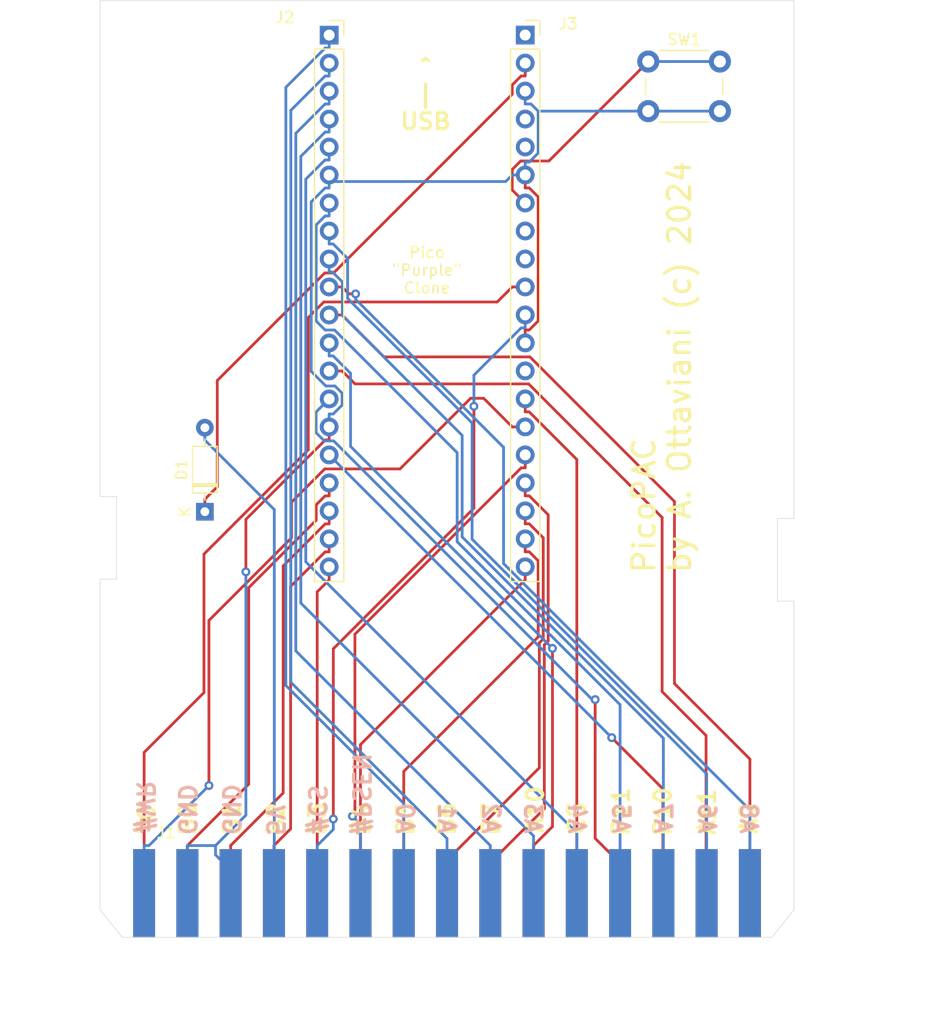
<source format=kicad_pcb>
(kicad_pcb (version 20240108) (generator "pcbnew") (generator_version "8.0")
  (layers (0 "F.Cu" signal) (31 "B.Cu" signal) (34 "B.Paste" user) (35 "F.Paste" user) (36 "B.SilkS" user "B.Silkscreen") (37 "F.SilkS" user "F.Silkscreen") (38 "B.Mask" user) (39 "F.Mask" user) (44 "Edge.Cuts" user))
  (net 0 "")
  (net 1 "+5V")
  (net 2 "GND")
  (net 3 "Net-(D1-K)")
  (net 4 "A10")
  (net 5 "A0")
  (net 6 "A5")
  (net 7 "D3")
  (net 8 "A2")
  (net 9 "D7")
  (net 10 "A11")
  (net 11 "~{CS}")
  (net 12 "D2")
  (net 13 "A1")
  (net 14 "A7")
  (net 15 "A6")
  (net 16 "A4")
  (net 17 "~{PSEN}")
  (net 18 "A12")
  (net 19 "D5")
  (net 20 "D0")
  (net 21 "A8")
  (net 22 "A13")
  (net 23 "D1")
  (net 24 "A3")
  (net 25 "~{WR}")
  (net 26 "A9")
  (net 27 "D6")
  (net 28 "CS")
  (net 29 "T0")
  (net 30 "D4")
  (net 31 "RST")
  (footprint "videopac-usbcart-kicad5:videopac-edgecon" (layer "F.Cu") (at 54 138)
    (property "Reference" "J1" (at -25.5 -9.5 0) (layer "F.SilkS"))
    (property "Value" "Videopac-edgeconnector")
    (pad "" np_thru_hole circle (at -27 -25) (size 5 5) (drill 5) (layers "*.Cu" "*.Mask") (clearance 2.2))
    (pad "" np_thru_hole circle (at 27 -25) (size 5 5) (drill 5) (layers "*.Cu" "*.Mask") (clearance 2.2))
    (pad "1" smd rect (at -27.5 -4) (size 2 8) (layers "F.Cu" "F.Paste" "F.Mask") (net 29 "T0"))
    (pad "2" smd rect (at -23.571 -4) (size 2 8) (layers "F.Cu" "F.Paste" "F.Mask") (net 20 "D0"))
    (pad "3" smd rect (at -19.643 -4) (size 2 8) (layers "F.Cu" "F.Paste" "F.Mask") (net 23 "D1"))
    (pad "4" smd rect (at -15.714 -4) (size 2 8) (layers "F.Cu" "F.Paste" "F.Mask") (net 12 "D2"))
    (pad "5" smd rect (at -11.786 -4) (size 2 8) (layers "F.Cu" "F.Paste" "F.Mask") (net 7 "D3"))
    (pad "6" smd rect (at -7.857 -4) (size 2 8) (layers "F.Cu" "F.Paste" "F.Mask") (net 30 "D4"))
    (pad "7" smd rect (at -3.929 -4) (size 2 8) (layers "F.Cu" "F.Paste" "F.Mask") (net 19 "D5"))
    (pad "8" smd rect (at 0 -4) (size 2 8) (layers "F.Cu" "F.Paste" "F.Mask") (net 27 "D6"))
    (pad "9" smd rect (at 3.929 -4) (size 2 8) (layers "F.Cu" "F.Paste" "F.Mask") (net 9 "D7"))
    (pad "10" smd rect (at 7.857 -4) (size 2 8) (layers "F.Cu" "F.Paste" "F.Mask") (net 4 "A10"))
    (pad "11" smd rect (at 11.786 -4) (size 2 8) (layers "F.Cu" "F.Paste" "F.Mask") (net 28 "CS"))
    (pad "12" smd rect (at 15.714 -4) (size 2 8) (layers "F.Cu" "F.Paste" "F.Mask") (net 18 "A12"))
    (pad "13" smd rect (at 19.643 -4) (size 2 8) (layers "F.Cu" "F.Paste" "F.Mask") (net 22 "A13"))
    (pad "14" smd rect (at 23.571 -4) (size 2 8) (layers "F.Cu" "F.Paste" "F.Mask") (net 10 "A11"))
    (pad "15" smd rect (at 27.5 -4) (size 2 8) (layers "F.Cu" "F.Paste" "F.Mask") (net 26 "A9"))
    (pad "A" smd rect (at -27.5 -4) (size 2 8) (layers "B.Cu" "F.Paste" "F.Mask") (net 25 "~{WR}"))
    (pad "B" smd rect (at -23.571 -4) (size 2 8) (layers "B.Cu" "F.Paste" "F.Mask") (net 2 "GND"))
    (pad "C" smd rect (at -19.643 -4) (size 2 8) (layers "B.Cu" "F.Paste" "F.Mask") (net 2 "GND"))
    (pad "D" smd rect (at -15.714 -4) (size 2 8) (layers "B.Cu" "F.Paste" "F.Mask") (net 1 "+5V"))
    (pad "E" smd rect (at -11.786 -4) (size 2 8) (layers "B.Cu" "F.Paste" "F.Mask") (net 11 "~{CS}"))
    (pad "F" smd rect (at -7.857 -4) (size 2 8) (layers "B.Cu" "F.Paste" "F.Mask") (net 17 "~{PSEN}"))
    (pad "G" smd rect (at -3.929 -4) (size 2 8) (layers "B.Cu" "F.Paste" "F.Mask") (net 5 "A0"))
    (pad "H" smd rect (at 0 -4) (size 2 8) (layers "B.Cu" "F.Paste" "F.Mask") (net 13 "A1"))
    (pad "J" smd rect (at 3.929 -4) (size 2 8) (layers "B.Cu" "F.Paste" "F.Mask") (net 8 "A2"))
    (pad "K" smd rect (at 7.857 -4) (size 2 8) (layers "B.Cu" "F.Paste" "F.Mask") (net 24 "A3"))
    (pad "L" smd rect (at 11.786 -4) (size 2 8) (layers "B.Cu" "F.Paste" "F.Mask") (net 16 "A4"))
    (pad "M" smd rect (at 15.714 -4) (size 2 8) (layers "B.Cu" "F.Paste" "F.Mask") (net 6 "A5"))
    (pad "N" smd rect (at 19.643 -4) (size 2 8) (layers "B.Cu" "F.Paste" "F.Mask") (net 14 "A7"))
    (pad "P" smd rect (at 23.571 -4) (size 2 8) (layers "B.Cu" "F.Paste" "F.Mask") (net 15 "A6"))
    (pad "R" smd rect (at 27.5 -4) (size 2 8) (layers "B.Cu" "F.Paste" "F.Mask") (net 21 "A8"))
  )
  (footprint "Button_Switch_THT:SW_PUSH_6mm" (layer "F.Cu") (at 72.275 58.525)
    (property "Reference" "SW1" (at 3.25 -2 0) (layer "F.SilkS"))
    (property "Value" "SW_Push")
    (fp_line (start -0.25 1.5) (end -0.25 3) (stroke (width 0.12)) (layer "F.SilkS"))
    (fp_line (start 1 5.5) (end 5.5 5.5) (stroke (width 0.12)) (layer "F.SilkS"))
    (fp_line (start 5.5 -1) (end 1 -1) (stroke (width 0.12)) (layer "F.SilkS"))
    (fp_line (start 6.75 3) (end 6.75 1.5) (stroke (width 0.12)) (layer "F.SilkS"))
    (pad "1" thru_hole circle (at 0 0 90) (size 2 2) (drill 1.1) (layers "*.Cu" "*.Mask") (net 31 "RST"))
    (pad "1" thru_hole circle (at 6.5 0 90) (size 2 2) (drill 1.1) (layers "*.Cu" "*.Mask") (net 31 "RST"))
    (pad "2" thru_hole circle (at 0 4.5 90) (size 2 2) (drill 1.1) (layers "*.Cu" "*.Mask") (net 2 "GND"))
    (pad "2" thru_hole circle (at 6.5 4.5 90) (size 2 2) (drill 1.1) (layers "*.Cu" "*.Mask") (net 2 "GND"))
  )
  (footprint "Connector_PinSocket_2.54mm:PinSocket_1x20_P2.54mm_Vertical" (layer "F.Cu") (at 61.1 56.12)
    (property "Reference" "J3" (at 3.9 -1.02 0) (layer "F.SilkS"))
    (property "Value" "Conn_01x20")
    (fp_line (start -1.33 1.27) (end -1.33 49.59) (stroke (width 0.12)) (layer "F.SilkS"))
    (fp_line (start -1.33 1.27) (end 1.33 1.27) (stroke (width 0.12)) (layer "F.SilkS"))
    (fp_line (start -1.33 49.59) (end 1.33 49.59) (stroke (width 0.12)) (layer "F.SilkS"))
    (fp_line (start 0 -1.33) (end 1.33 -1.33) (stroke (width 0.12)) (layer "F.SilkS"))
    (fp_line (start 1.33 -1.33) (end 1.33 0) (stroke (width 0.12)) (layer "F.SilkS"))
    (fp_line (start 1.33 1.27) (end 1.33 49.59) (stroke (width 0.12)) (layer "F.SilkS"))
    (pad "1" thru_hole rect (at 0 0) (size 1.7 1.7) (drill 1) (layers "*.Cu" "*.Mask"))
    (pad "2" thru_hole oval (at 0 2.54) (size 1.7 1.7) (drill 1) (layers "*.Cu" "*.Mask") (net 3 "Net-(D1-K)"))
    (pad "3" thru_hole oval (at 0 5.08) (size 1.7 1.7) (drill 1) (layers "*.Cu" "*.Mask") (net 2 "GND"))
    (pad "4" thru_hole oval (at 0 7.62) (size 1.7 1.7) (drill 1) (layers "*.Cu" "*.Mask"))
    (pad "5" thru_hole oval (at 0 10.16) (size 1.7 1.7) (drill 1) (layers "*.Cu" "*.Mask"))
    (pad "6" thru_hole oval (at 0 12.7) (size 1.7 1.7) (drill 1) (layers "*.Cu" "*.Mask") (net 2 "GND"))
    (pad "7" thru_hole oval (at 0 15.24) (size 1.7 1.7) (drill 1) (layers "*.Cu" "*.Mask") (net 31 "RST"))
    (pad "8" thru_hole oval (at 0 17.78) (size 1.7 1.7) (drill 1) (layers "*.Cu" "*.Mask"))
    (pad "9" thru_hole oval (at 0 20.32) (size 1.7 1.7) (drill 1) (layers "*.Cu" "*.Mask"))
    (pad "10" thru_hole oval (at 0 22.86) (size 1.7 1.7) (drill 1) (layers "*.Cu" "*.Mask") (net 29 "T0"))
    (pad "11" thru_hole oval (at 0 25.4) (size 1.7 1.7) (drill 1) (layers "*.Cu" "*.Mask") (net 11 "~{CS}"))
    (pad "12" thru_hole oval (at 0 27.94) (size 1.7 1.7) (drill 1) (layers "*.Cu" "*.Mask") (net 2 "GND"))
    (pad "13" thru_hole oval (at 0 30.48) (size 1.7 1.7) (drill 1) (layers "*.Cu" "*.Mask"))
    (pad "14" thru_hole oval (at 0 33.02) (size 1.7 1.7) (drill 1) (layers "*.Cu" "*.Mask") (net 28 "CS"))
    (pad "15" thru_hole oval (at 0 35.56) (size 1.7 1.7) (drill 1) (layers "*.Cu" "*.Mask") (net 25 "~{WR}"))
    (pad "16" thru_hole oval (at 0 38.1) (size 1.7 1.7) (drill 1) (layers "*.Cu" "*.Mask") (net 17 "~{PSEN}"))
    (pad "17" thru_hole oval (at 0 40.64) (size 1.7 1.7) (drill 1) (layers "*.Cu" "*.Mask") (net 9 "D7"))
    (pad "18" thru_hole oval (at 0 43.18) (size 1.7 1.7) (drill 1) (layers "*.Cu" "*.Mask") (net 27 "D6"))
    (pad "19" thru_hole oval (at 0 45.72) (size 1.7 1.7) (drill 1) (layers "*.Cu" "*.Mask") (net 19 "D5"))
    (pad "20" thru_hole oval (at 0 48.26) (size 1.7 1.7) (drill 1) (layers "*.Cu" "*.Mask") (net 30 "D4"))
  )
  (footprint "Diode_THT:D_DO-35_SOD27_P7.62mm_Horizontal" (layer "F.Cu") (at 32.015 99.375 90)
    (property "Reference" "D1" (at 3.81 -2.12 90) (layer "F.SilkS"))
    (property "Value" "Diode ")
    (fp_line (start 5.93 -1.12) (end 1.69 -1.12) (stroke (width 0.12)) (layer "F.SilkS"))
    (fp_line (start 2.53 -1.12) (end 2.53 1.12) (stroke (width 0.12)) (layer "F.SilkS"))
    (fp_line (start 2.41 -1.12) (end 2.41 1.12) (stroke (width 0.12)) (layer "F.SilkS"))
    (fp_line (start 2.29 -1.12) (end 2.29 1.12) (stroke (width 0.12)) (layer "F.SilkS"))
    (fp_line (start 1.69 -1.12) (end 1.69 1.12) (stroke (width 0.12)) (layer "F.SilkS"))
    (fp_line (start 6.58 0) (end 5.93 0) (stroke (width 0.12)) (layer "F.SilkS"))
    (fp_line (start 1.04 0) (end 1.69 0) (stroke (width 0.12)) (layer "F.SilkS"))
    (fp_line (start 5.93 1.12) (end 5.93 -1.12) (stroke (width 0.12)) (layer "F.SilkS"))
    (fp_line (start 1.69 1.12) (end 5.93 1.12) (stroke (width 0.12)) (layer "F.SilkS"))
    (fp_text user "K" (at 0 -1.8 90) (layer "F.SilkS"))
    (pad "1" thru_hole rect (at 0 0 90) (size 1.6 1.6) (drill 0.8) (layers "*.Cu" "*.Mask") (net 3 "Net-(D1-K)"))
    (pad "2" thru_hole oval (at 7.62 0 90) (size 1.6 1.6) (drill 0.8) (layers "*.Cu" "*.Mask") (net 1 "+5V"))
  )
  (footprint "Connector_PinSocket_2.54mm:PinSocket_1x20_P2.54mm_Vertical" (layer "F.Cu") (at 43.3 56.125)
    (property "Reference" "J2" (at -4.025 -1.6 0) (layer "F.SilkS"))
    (property "Value" "Conn_01x20")
    (fp_line (start -1.33 1.27) (end -1.33 49.59) (stroke (width 0.12)) (layer "F.SilkS"))
    (fp_line (start -1.33 1.27) (end 1.33 1.27) (stroke (width 0.12)) (layer "F.SilkS"))
    (fp_line (start -1.33 49.59) (end 1.33 49.59) (stroke (width 0.12)) (layer "F.SilkS"))
    (fp_line (start 0 -1.33) (end 1.33 -1.33) (stroke (width 0.12)) (layer "F.SilkS"))
    (fp_line (start 1.33 -1.33) (end 1.33 0) (stroke (width 0.12)) (layer "F.SilkS"))
    (fp_line (start 1.33 1.27) (end 1.33 49.59) (stroke (width 0.12)) (layer "F.SilkS"))
    (pad "1" thru_hole rect (at 0 0) (size 1.7 1.7) (drill 1) (layers "*.Cu" "*.Mask") (net 5 "A0"))
    (pad "2" thru_hole oval (at 0 2.54) (size 1.7 1.7) (drill 1) (layers "*.Cu" "*.Mask") (net 13 "A1"))
    (pad "3" thru_hole oval (at 0 5.08) (size 1.7 1.7) (drill 1) (layers "*.Cu" "*.Mask") (net 8 "A2"))
    (pad "4" thru_hole oval (at 0 7.62) (size 1.7 1.7) (drill 1) (layers "*.Cu" "*.Mask") (net 24 "A3"))
    (pad "5" thru_hole oval (at 0 10.16) (size 1.7 1.7) (drill 1) (layers "*.Cu" "*.Mask") (net 16 "A4"))
    (pad "6" thru_hole oval (at 0 12.7) (size 1.7 1.7) (drill 1) (layers "*.Cu" "*.Mask") (net 2 "GND"))
    (pad "7" thru_hole oval (at 0 15.24) (size 1.7 1.7) (drill 1) (layers "*.Cu" "*.Mask") (net 6 "A5"))
    (pad "8" thru_hole oval (at 0 17.78) (size 1.7 1.7) (drill 1) (layers "*.Cu" "*.Mask") (net 15 "A6"))
    (pad "9" thru_hole oval (at 0 20.32) (size 1.7 1.7) (drill 1) (layers "*.Cu" "*.Mask") (net 14 "A7"))
    (pad "10" thru_hole oval (at 0 22.86) (size 1.7 1.7) (drill 1) (layers "*.Cu" "*.Mask") (net 21 "A8"))
    (pad "11" thru_hole oval (at 0 25.4) (size 1.7 1.7) (drill 1) (layers "*.Cu" "*.Mask") (net 26 "A9"))
    (pad "12" thru_hole oval (at 0 27.94) (size 1.7 1.7) (drill 1) (layers "*.Cu" "*.Mask") (net 4 "A10"))
    (pad "13" thru_hole oval (at 0 30.48) (size 1.7 1.7) (drill 1) (layers "*.Cu" "*.Mask") (net 10 "A11"))
    (pad "14" thru_hole oval (at 0 33.02) (size 1.7 1.7) (drill 1) (layers "*.Cu" "*.Mask") (net 18 "A12"))
    (pad "15" thru_hole oval (at 0 35.56) (size 1.7 1.7) (drill 1) (layers "*.Cu" "*.Mask") (net 2 "GND"))
    (pad "16" thru_hole oval (at 0 38.1) (size 1.7 1.7) (drill 1) (layers "*.Cu" "*.Mask") (net 22 "A13"))
    (pad "17" thru_hole oval (at 0 40.64) (size 1.7 1.7) (drill 1) (layers "*.Cu" "*.Mask") (net 20 "D0"))
    (pad "18" thru_hole oval (at 0 43.18) (size 1.7 1.7) (drill 1) (layers "*.Cu" "*.Mask") (net 23 "D1"))
    (pad "19" thru_hole oval (at 0 45.72) (size 1.7 1.7) (drill 1) (layers "*.Cu" "*.Mask") (net 12 "D2"))
    (pad "20" thru_hole oval (at 0 48.26) (size 1.7 1.7) (drill 1) (layers "*.Cu" "*.Mask") (net 7 "D3"))
  )
  (gr_line (start 83.5 138) (end 24.5 138) (stroke (width 0.05)) (layer "Edge.Cuts"))
  (gr_line (start 84 100) (end 84 107.5) (stroke (width 0.05)) (layer "Edge.Cuts"))
  (gr_line (start 24 105.5) (end 24 98) (stroke (width 0.05)) (layer "Edge.Cuts"))
  (gr_line (start 22.5 53) (end 85.5 53) (stroke (width 0.05)) (layer "Edge.Cuts"))
  (gr_line (start 85.5 53) (end 85.5 100) (stroke (width 0.05)) (layer "Edge.Cuts"))
  (gr_line (start 22.5 135.5) (end 22.5 105.5) (stroke (width 0.05)) (layer "Edge.Cuts"))
  (gr_line (start 22.5 105.5) (end 24 105.5) (stroke (width 0.05)) (layer "Edge.Cuts"))
  (gr_line (start 85.5 135.5) (end 83.5 138) (stroke (width 0.05)) (layer "Edge.Cuts"))
  (gr_line (start 84 107.5) (end 85.5 107.5) (stroke (width 0.05)) (layer "Edge.Cuts"))
  (gr_line (start 24.5 138) (end 22.5 135.5) (stroke (width 0.05)) (layer "Edge.Cuts"))
  (gr_line (start 85.5 100) (end 84 100) (stroke (width 0.05)) (layer "Edge.Cuts"))
  (gr_line (start 85.5 107.5) (end 85.5 135.5) (stroke (width 0.05)) (layer "Edge.Cuts"))
  (gr_line (start 24 98) (end 22.5 98) (stroke (width 0.05)) (layer "Edge.Cuts"))
  (gr_line (start 22.5 98) (end 22.5 53) (stroke (width 0.05)) (layer "Edge.Cuts"))
  (gr_text "A8" (at 81.4 127.2 -90) (layer "B.SilkS") (effects (font (size 1.5 1.5) (thickness 0.3)) (justify mirror)))
  (gr_text "A6" (at 77.6 127.2 -90) (layer "B.SilkS") (effects (font (size 1.5 1.5) (thickness 0.3)) (justify mirror)))
  (gr_text "A7" (at 73.6 127.2 -90) (layer "B.SilkS") (effects (font (size 1.5 1.5) (thickness 0.3)) (justify mirror)))
  (gr_text "A5" (at 69.8 127.2 -90) (layer "B.SilkS") (effects (font (size 1.5 1.5) (thickness 0.3)) (justify mirror)))
  (gr_text "A4" (at 65.8 127.2 -90) (layer "B.SilkS") (effects (font (size 1.5 1.5) (thickness 0.3)) (justify mirror)))
  (gr_text "#PSEN" (at 46.2 125 -90) (layer "B.SilkS") (effects (font (size 1.5 1.5) (thickness 0.3)) (justify mirror)))
  (gr_text "A3" (at 61.8 127.2 -90) (layer "B.SilkS") (effects (font (size 1.5 1.5) (thickness 0.3)) (justify mirror)))
  (gr_text "A2" (at 58 127.2 -90) (layer "B.SilkS") (effects (font (size 1.5 1.5) (thickness 0.3)) (justify mirror)))
  (gr_text "A1" (at 54 127.2 -90) (layer "B.SilkS") (effects (font (size 1.5 1.5) (thickness 0.3)) (justify mirror)))
  (gr_text "A0" (at 50.2 127.2 -90) (layer "B.SilkS") (effects (font (size 1.5 1.5) (thickness 0.3)) (justify mirror)))
  (gr_text "#CS" (at 42.2 126.4 -90) (layer "B.SilkS") (effects (font (size 1.5 1.5) (thickness 0.3)) (justify mirror)))
  (gr_text "5V" (at 38.4 127.4 -90) (layer "B.SilkS") (effects (font (size 1.5 1.5) (thickness 0.3)) (justify mirror)))
  (gr_text "GND" (at 34.4 126.4 -90) (layer "B.SilkS") (effects (font (size 1.5 1.5) (thickness 0.3)) (justify mirror)))
  (gr_text "GND" (at 30.4 126.4 -90) (layer "B.SilkS") (effects (font (size 1.5 1.5) (thickness 0.3)) (justify mirror)))
  (gr_text "#WR" (at 26.6 126.2 -90) (layer "B.SilkS") (effects (font (size 1.5 1.5) (thickness 0.3)) (justify mirror)))
  (gr_text "B0" (at 30.5 127.25 90) (layer "F.SilkS") (effects (font (size 1.5 1.5) (thickness 0.3))))
  (gr_text "B1" (at 34.5 127.25 90) (layer "F.SilkS") (effects (font (size 1.5 1.5) (thickness 0.3))))
  (gr_text "B2" (at 38.5 127.25 90) (layer "F.SilkS") (effects (font (size 1.5 1.5) (thickness 0.3))))
  (gr_text "B3" (at 42.25 127.25 90) (layer "F.SilkS") (effects (font (size 1.5 1.5) (thickness 0.3))))
  (gr_text "B4" (at 46.25 127.25 90) (layer "F.SilkS") (effects (font (size 1.5 1.5) (thickness 0.3))))
  (gr_text "B5" (at 50.25 127.25 90) (layer "F.SilkS") (effects (font (size 1.5 1.5) (thickness 0.3))))
  (gr_text "B6" (at 54 127.25 90) (layer "F.SilkS") (effects (font (size 1.5 1.5) (thickness 0.3))))
  (gr_text "B7" (at 58 127.25 90) (layer "F.SilkS") (effects (font (size 1.5 1.5) (thickness 0.3))))
  (gr_text "A10" (at 62 126.4 90) (layer "F.SilkS") (effects (font (size 1.5 1.5) (thickness 0.3))))
  (gr_text "CS" (at 65.8 127.2 90) (layer "F.SilkS") (effects (font (size 1.5 1.5) (thickness 0.3))))
  (gr_text "P11" (at 69.8 126.6 90) (layer "F.SilkS") (effects (font (size 1.5 1.5) (thickness 0.3))))
  (gr_text "P10" (at 73.6 126.6 90) (layer "F.SilkS") (effects (font (size 1.5 1.5) (thickness 0.3))))
  (gr_text "A11" (at 77.6 126.6 90) (layer "F.SilkS") (effects (font (size 1.5 1.5) (thickness 0.3))))
  (gr_text "A9" (at 81.4 127.2 90) (layer "F.SilkS") (effects (font (size 1.5 1.5) (thickness 0.3))))
  (gr_text "PicoPAC\nby A. Ottaviani (c) 2024" (at 76.275 105.1 90) (layer "F.SilkS") (effects (font (size 2 2) (thickness 0.3)) (justify left bottom)))
  (gr_text "T0" (at 26.75 127.25 90) (layer "F.SilkS") (effects (font (size 1.5 1.5) (thickness 0.3))))
  (gr_text "Pico\n{dblquote}Purple{dblquote}\nClone" (at 52.175 79.65 0) (layer "F.SilkS") (effects (font (size 1 1)) (justify bottom)))
  (gr_text "^\n|\nUSB\n" (at 52.05 64.825 0) (layer "F.SilkS") (effects (font (size 1.5 1.5) (thickness 0.3) (bold yes)) (justify bottom)))
  (segment (start 38.32 134) (end 38.32 132.625) (width 1) (layer "B.Cu") (net 1))
  (segment (start 38.32 132.625) (end 38.32 131.25) (width 1) (layer "B.Cu") (net 1))
  (segment (start 38.32 99.1867) (end 38.32 131.25) (width 0.25) (layer "B.Cu") (net 1))
  (segment (start 38.286 132.659) (end 38.286 134) (width 0.25) (layer "B.Cu") (net 1))
  (segment (start 38.32 132.625) (end 38.286 132.659) (width 0.25) (layer "B.Cu") (net 1))
  (segment (start 32.015 92.8817) (end 38.32 99.1867) (width 0.25) (layer "B.Cu") (net 1))
  (segment (start 32.015 91.755) (end 32.015 92.8817) (width 0.25) (layer "B.Cu") (net 1))
  (segment (start 61.4677 69.9967) (end 62.2767 70.8057) (width 0.25) (layer "F.Cu") (net 2))
  (segment (start 61.4678 82.8833) (end 61.1 82.8833) (width 0.25) (layer "F.Cu") (net 2))
  (segment (start 62.2767 82.0744) (end 61.4678 82.8833) (width 0.25) (layer "F.Cu") (net 2))
  (segment (start 61.1 68.82) (end 61.1 69.9967) (width 0.25) (layer "F.Cu") (net 2))
  (segment (start 61.1 69.9967) (end 61.4677 69.9967) (width 0.25) (layer "F.Cu") (net 2))
  (segment (start 61.1 84.06) (end 61.1 82.8833) (width 0.25) (layer "F.Cu") (net 2))
  (segment (start 43.3 91.685) (end 43.3 92.8617) (width 0.25) (layer "F.Cu") (net 2))
  (segment (start 42.9554 92.8617) (end 35.7402 100.0769) (width 0.25) (layer "F.Cu") (net 2))
  (segment (start 35.7402 100.0769) (end 35.7402 104.8345) (width 0.25) (layer "F.Cu") (net 2))
  (segment (start 62.2767 70.8057) (end 62.2767 82.0744) (width 0.25) (layer "F.Cu") (net 2))
  (segment (start 43.3 92.8617) (end 42.9554 92.8617) (width 0.25) (layer "F.Cu") (net 2))
  (via (at 35.7402 104.8345) (size 0.8) (drill 0.4) (layers "F.Cu" "B.Cu") (net 2))
  (segment (start 34.4 134) (end 34.4 132.9687) (width 1) (layer "B.Cu") (net 2))
  (segment (start 61.6284 62.3767) (end 61.1 62.3767) (width 0.25) (layer "B.Cu") (net 2))
  (segment (start 43.3 90.5083) (end 43.6678 90.5083) (width 0.25) (layer "B.Cu") (net 2))
  (segment (start 43.3 69.4133) (end 59.33 69.4133) (width 0.25) (layer "B.Cu") (net 2))
  (segment (start 42.9323 70.0017) (end 43.3 70.0017) (width 0.25) (layer "B.Cu") (net 2))
  (segment (start 32.9843 129.6733) (end 32.9843 130.5218) (width 0.25) (layer "B.Cu") (net 2))
  (segment (start 44.4767 88.6185) (end 43.8265 87.9683) (width 0.25) (layer "B.Cu") (net 2))
  (segment (start 43.3 69.4133) (end 43.3 70.0017) (width 0.25) (layer "B.Cu") (net 2))
  (segment (start 62.2767 66.8344) (end 62.2767 63.025) (width 0.25) (layer "B.Cu") (net 2))
  (segment (start 34.4 131.9375) (end 34.4 131.25) (width 1) (layer "B.Cu") (net 2))
  (segment (start 61.4678 67.6433) (end 62.2767 66.8344) (width 0.25) (layer "B.Cu") (net 2))
  (segment (start 41.6713 86.6451) (end 41.6713 71.2627) (width 0.25) (layer "B.Cu") (net 2))
  (segment (start 59.33 69.4133) (end 59.9233 68.82) (width 0.25) (layer "B.Cu") (net 2))
  (segment (start 30.429 134) (end 30.429 129.6733) (width 0.25) (layer "B.Cu") (net 2))
  (segment (start 61.1 61.2) (end 61.1 62.3767) (width 0.25) (layer "B.Cu") (net 2))
  (segment (start 30.429 129.6733) (end 32.9843 129.6733) (width 0.25) (layer "B.Cu") (net 2))
  (segment (start 34.4 132.9687) (end 34.4 131.9375) (width 1) (layer "B.Cu") (net 2))
  (segment (start 44.4767 89.6994) (end 44.4767 88.6185) (width 0.25) (layer "B.Cu") (net 2))
  (segment (start 61.1 68.82) (end 61.1 67.6433) (width 0.25) (layer "B.Cu") (net 2))
  (segment (start 61.1 67.6433) (end 61.4678 67.6433) (width 0.25) (layer "B.Cu") (net 2))
  (segment (start 32.9843 129.6733) (end 35.7402 126.9174) (width 0.25) (layer "B.Cu") (net 2))
  (segment (start 41.6713 71.2627) (end 42.9323 70.0017) (width 0.25) (layer "B.Cu") (net 2))
  (segment (start 34.357 133.0117) (end 34.357 134) (width 0.25) (layer "B.Cu") (net 2))
  (segment (start 43.3 91.685) (end 43.3 90.5083) (width 0.25) (layer "B.Cu") (net 2))
  (segment (start 62.2767 63.025) (end 61.6284 62.3767) (width 0.25) (layer "B.Cu") (net 2))
  (segment (start 43.6678 90.5083) (end 44.4767 89.6994) (width 0.25) (layer "B.Cu") (net 2))
  (segment (start 32.9843 130.5218) (end 34.4 131.9375) (width 0.25) (layer "B.Cu") (net 2))
  (segment (start 34.4 132.9687) (end 34.357 133.0117) (width 0.25) (layer "B.Cu") (net 2))
  (segment (start 35.7402 126.9174) (end 35.7402 104.8345) (width 0.25) (layer "B.Cu") (net 2))
  (segment (start 43.3 68.825) (end 43.3 69.4133) (width 0.25) (layer "B.Cu") (net 2))
  (segment (start 61.1 68.82) (end 59.9233 68.82) (width 0.25) (layer "B.Cu") (net 2))
  (segment (start 42.9945 87.9683) (end 41.6713 86.6451) (width 0.25) (layer "B.Cu") (net 2))
  (segment (start 62.2767 63.025) (end 72.275 63.025) (width 0.25) (layer "B.Cu") (net 2))
  (segment (start 72.275 63.025) (end 78.775 63.025) (width 0.25) (layer "B.Cu") (net 2))
  (segment (start 43.8265 87.9683) (end 42.9945 87.9683) (width 0.25) (layer "B.Cu") (net 2))
  (segment (start 32.015 99.375) (end 32.015 98.2483) (width 0.25) (layer "F.Cu") (net 3))
  (segment (start 33.1417 97.1216) (end 33.1417 87.4721) (width 0.25) (layer "F.Cu") (net 3))
  (segment (start 60.7322 59.8367) (end 61.1 59.8367) (width 0.25) (layer "F.Cu") (net 3))
  (segment (start 59.9233 61.4908) (end 59.9233 60.6456) (width 0.25) (layer "F.Cu") (net 3))
  (segment (start 61.1 58.66) (end 61.1 59.8367) (width 0.25) (layer "F.Cu") (net 3))
  (segment (start 43.6991 77.715) (end 59.9233 61.4908) (width 0.25) (layer "F.Cu") (net 3))
  (segment (start 42.8988 77.715) (end 43.6991 77.715) (width 0.25) (layer "F.Cu") (net 3))
  (segment (start 59.9233 60.6456) (end 60.7322 59.8367) (width 0.25) (layer "F.Cu") (net 3))
  (segment (start 32.015 98.2483) (end 33.1417 97.1216) (width 0.25) (layer "F.Cu") (net 3))
  (segment (start 33.1417 87.4721) (end 42.8988 77.715) (width 0.25) (layer "F.Cu") (net 3))
  (segment (start 61.857 134) (end 61.857 129.6733) (width 0.25) (layer "F.Cu") (net 4))
  (segment (start 61.857 129.6733) (end 63.575 127.9553) (width 0.25) (layer "F.Cu") (net 4))
  (segment (start 63.575 127.9553) (end 63.575 111.7803) (width 0.25) (layer "F.Cu") (net 4))
  (via (at 63.575 111.7803) (size 0.8) (drill 0.4) (layers "F.Cu" "B.Cu") (net 4))
  (segment (start 43.3 85.2417) (end 43.6677 85.2417) (width 0.25) (layer "B.Cu") (net 4))
  (segment (start 43.3 84.065) (end 43.3 85.2417) (width 0.25) (layer "B.Cu") (net 4))
  (segment (start 45.243 86.817) (end 45.243 93.4483) (width 0.25) (layer "B.Cu") (net 4))
  (segment (start 43.6677 85.2417) (end 45.243 86.817) (width 0.25) (layer "B.Cu") (net 4))
  (segment (start 45.243 93.4483) (end 63.575 111.7803) (width 0.25) (layer "B.Cu") (net 4))
  (segment (start 43.3 56.125) (end 43.3 57.3017) (width 0.25) (layer "B.Cu") (net 5))
  (segment (start 39.3675 115.1457) (end 39.3675 60.8665) (width 0.25) (layer "B.Cu") (net 5))
  (segment (start 50.071 134) (end 50.071 131) (width 0.25) (layer "B.Cu") (net 5))
  (segment (start 42.9323 57.3017) (end 43.3 57.3017) (width 0.25) (layer "B.Cu") (net 5))
  (segment (start 50.071 131) (end 50.071 125.8492) (width 0.25) (layer "B.Cu") (net 5))
  (segment (start 39.3675 60.8665) (end 42.9323 57.3017) (width 0.25) (layer "B.Cu") (net 5))
  (segment (start 50.071 125.8492) (end 39.3675 115.1457) (width 0.25) (layer "B.Cu") (net 5))
  (segment (start 69.7139 129.6733) (end 69.714 129.6733) (width 0.25) (layer "B.Cu") (net 6))
  (segment (start 42.9322 72.5417) (end 42.1233 73.3506) (width 0.25) (layer "B.Cu") (net 6))
  (segment (start 43.3 72.5417) (end 42.9322 72.5417) (width 0.25) (layer "B.Cu") (net 6))
  (segment (start 69.7139 116.8914) (end 69.7139 129.6733) (width 0.25) (layer "B.Cu") (net 6))
  (segment (start 43.3 71.365) (end 43.3 72.5417) (width 0.25) (layer "B.Cu") (net 6))
  (segment (start 42.1233 82.0801) (end 42.9315 82.8883) (width 0.25) (layer "B.Cu") (net 6))
  (segment (start 54.9193 94.0201) (end 54.9193 102.0968) (width 0.25) (layer "B.Cu") (net 6))
  (segment (start 42.9315 82.8883) (end 43.7875 82.8883) (width 0.25) (layer "B.Cu") (net 6))
  (segment (start 43.7875 82.8883) (end 54.9193 94.0201) (width 0.25) (layer "B.Cu") (net 6))
  (segment (start 54.9193 102.0968) (end 69.7139 116.8914) (width 0.25) (layer "B.Cu") (net 6))
  (segment (start 42.1233 73.3506) (end 42.1233 82.0801) (width 0.25) (layer "B.Cu") (net 6))
  (segment (start 69.714 134) (end 69.714 129.6733) (width 0.25) (layer "B.Cu") (net 6))
  (segment (start 42.214 106.6477) (end 42.214 134) (width 0.25) (layer "F.Cu") (net 7))
  (segment (start 43.3 104.385) (end 43.3 105.5617) (width 0.25) (layer "F.Cu") (net 7))
  (segment (start 43.3 105.5617) (end 42.214 106.6477) (width 0.25) (layer "F.Cu") (net 7))
  (segment (start 57.929 129.6733) (end 40.2717 112.016) (width 0.25) (layer "B.Cu") (net 8))
  (segment (start 40.2717 65.0423) (end 42.9323 62.3817) (width 0.25) (layer "B.Cu") (net 8))
  (segment (start 42.9323 62.3817) (end 43.3 62.3817) (width 0.25) (layer "B.Cu") (net 8))
  (segment (start 40.2717 112.016) (end 40.2717 65.0423) (width 0.25) (layer "B.Cu") (net 8))
  (segment (start 43.3 61.205) (end 43.3 62.3817) (width 0.25) (layer "B.Cu") (net 8))
  (segment (start 57.929 134) (end 57.929 129.6733) (width 0.25) (layer "B.Cu") (net 8))
  (segment (start 63.1868 99.6558) (end 63.1868 111.1132) (width 0.25) (layer "F.Cu") (net 9))
  (segment (start 61.1 97.9367) (end 61.4677 97.9367) (width 0.25) (layer "F.Cu") (net 9))
  (segment (start 61.1 96.76) (end 61.1 97.9367) (width 0.25) (layer "F.Cu") (net 9))
  (segment (start 57.929 132.634) (end 57.929 134) (width 0.25) (layer "F.Cu") (net 9))
  (segment (start 57.92 132.625) (end 57.92 134) (width 0.25) (layer "F.Cu") (net 9))
  (segment (start 62.8337 111.4663) (end 62.8337 126.3363) (width 0.25) (layer "F.Cu") (net 9))
  (segment (start 57.92 131.25) (end 57.92 132.625) (width 0.25) (layer "F.Cu") (net 9))
  (segment (start 61.4677 97.9367) (end 63.1868 99.6558) (width 0.25) (layer "F.Cu") (net 9))
  (segment (start 57.92 132.625) (end 57.929 132.634) (width 0.25) (layer "F.Cu") (net 9))
  (segment (start 62.8337 126.3363) (end 57.92 131.25) (width 0.25) (layer "F.Cu") (net 9))
  (segment (start 63.1868 111.1132) (end 62.8337 111.4663) (width 0.25) (layer "F.Cu") (net 9))
  (segment (start 45.6534 87.7817) (end 44.4767 86.605) (width 0.25) (layer "F.Cu") (net 10))
  (segment (start 77.52 131.25) (end 77.52 119.6926) (width 0.25) (layer "F.Cu") (net 10))
  (segment (start 73.5298 115.7024) (end 73.5298 99.9005) (width 0.25) (layer "F.Cu") (net 10))
  (segment (start 43.3 86.605) (end 44.4767 86.605) (width 0.25) (layer "F.Cu") (net 10))
  (segment (start 73.5298 99.9005) (end 61.411 87.7817) (width 0.25) (layer "F.Cu") (net 10))
  (segment (start 61.411 87.7817) (end 45.6534 87.7817) (width 0.25) (layer "F.Cu") (net 10))
  (segment (start 77.52 132.625) (end 77.571 132.676) (width 0.25) (layer "F.Cu") (net 10))
  (segment (start 77.52 132.625) (end 77.52 131.25) (width 0.25) (layer "F.Cu") (net 10))
  (segment (start 77.52 134) (end 77.52 132.625) (width 0.25) (layer "F.Cu") (net 10))
  (segment (start 77.571 132.676) (end 77.571 134) (width 0.25) (layer "F.Cu") (net 10))
  (segment (start 77.52 119.6926) (end 73.5298 115.7024) (width 0.25) (layer "F.Cu") (net 10))
  (segment (start 43.6774 111.8191) (end 56.4425 99.054) (width 0.25) (layer "F.Cu") (net 11))
  (segment (start 43.6774 127.2661) (end 43.6774 111.8191) (width 0.25) (layer "F.Cu") (net 11))
  (segment (start 56.4425 99.054) (end 56.4425 89.8116) (width 0.25) (layer "F.Cu") (net 11))
  (via (at 43.6774 127.2661) (size 0.8) (drill 0.4) (layers "F.Cu" "B.Cu") (net 11))
  (via (at 56.4425 89.8116) (size 0.8) (drill 0.4) (layers "F.Cu" "B.Cu") (net 11))
  (segment (start 56.4425 89.8116) (end 56.4425 86.9865) (width 0.25) (layer "B.Cu") (net 11))
  (segment (start 60.7323 82.6967) (end 61.1 82.6967) (width 0.25) (layer "B.Cu") (net 11))
  (segment (start 61.1 81.52) (end 61.1 82.6967) (width 0.25) (layer "B.Cu") (net 11))
  (segment (start 43.6774 128.2099) (end 43.6774 127.2661) (width 0.25) (layer "B.Cu") (net 11))
  (segment (start 42.214 129.6733) (end 43.6774 128.2099) (width 0.25) (layer "B.Cu") (net 11))
  (segment (start 42.214 134) (end 42.214 129.6733) (width 0.25) (layer "B.Cu") (net 11))
  (segment (start 56.4425 86.9865) (end 60.7323 82.6967) (width 0.25) (layer "B.Cu") (net 11))
  (segment (start 38.286 129.6733) (end 39.8002 128.1591) (width 0.25) (layer "F.Cu") (net 12))
  (segment (start 39.8002 128.1591) (end 39.8002 106.1598) (width 0.25) (layer "F.Cu") (net 12))
  (segment (start 43.3 101.845) (end 43.3 103.0217) (width 0.25) (layer "F.Cu") (net 12))
  (segment (start 38.286 134) (end 38.286 129.6733) (width 0.25) (layer "F.Cu") (net 12))
  (segment (start 42.9383 103.0217) (end 43.3 103.0217) (width 0.25) (layer "F.Cu") (net 12))
  (segment (start 39.8002 106.1598) (end 42.9383 103.0217) (width 0.25) (layer "F.Cu") (net 12))
  (segment (start 39.8192 114.8552) (end 39.8192 62.9568) (width 0.25) (layer "B.Cu") (net 13))
  (segment (start 42.9343 59.8417) (end 43.3 59.8417) (width 0.25) (layer "B.Cu") (net 13))
  (segment (start 43.3 58.665) (end 43.3 59.8417) (width 0.25) (layer "B.Cu") (net 13))
  (segment (start 54 131) (end 54 129.036) (width 0.25) (layer "B.Cu") (net 13))
  (segment (start 54 134) (end 54 131) (width 0.25) (layer "B.Cu") (net 13))
  (segment (start 39.8192 62.9568) (end 42.9343 59.8417) (width 0.25) (layer "B.Cu") (net 13))
  (segment (start 54 129.036) (end 39.8192 114.8552) (width 0.25) (layer "B.Cu") (net 13))
  (segment (start 43.3 77.6217) (end 43.6009 77.6217) (width 0.25) (layer "B.Cu") (net 14))
  (segment (start 55.3756 101.6655) (end 73.643 119.9329) (width 0.25) (layer "B.Cu") (net 14))
  (segment (start 44.501 78.5218) (end 44.501 81.5782) (width 0.25) (layer "B.Cu") (net 14))
  (segment (start 55.3756 92.4528) (end 55.3756 101.6655) (width 0.25) (layer "B.Cu") (net 14))
  (segment (start 73.643 119.9329) (end 73.643 134) (width 0.25) (layer "B.Cu") (net 14))
  (segment (start 43.3 76.445) (end 43.3 77.6217) (width 0.25) (layer "B.Cu") (net 14))
  (segment (start 44.501 81.5782) (end 55.3756 92.4528) (width 0.25) (layer "B.Cu") (net 14))
  (segment (start 43.6009 77.6217) (end 44.501 78.5218) (width 0.25) (layer "B.Cu") (net 14))
  (segment (start 43.6636 75.0817) (end 44.976 76.3941) (width 0.25) (layer "B.Cu") (net 15))
  (segment (start 43.3 73.905) (end 43.3 75.0817) (width 0.25) (layer "B.Cu") (net 15))
  (segment (start 56.2789 91.3212) (end 56.2789 101.8757) (width 0.25) (layer "B.Cu") (net 15))
  (segment (start 43.3 75.0817) (end 43.6636 75.0817) (width 0.25) (layer "B.Cu") (net 15))
  (segment (start 77.571 134) (end 77.571 129.6733) (width 0.25) (layer "B.Cu") (net 15))
  (segment (start 44.976 76.3941) (end 44.976 80.0183) (width 0.25) (layer "B.Cu") (net 15))
  (segment (start 77.571 123.1678) (end 77.571 129.6733) (width 0.25) (layer "B.Cu") (net 15))
  (segment (start 56.2789 101.8757) (end 77.571 123.1678) (width 0.25) (layer "B.Cu") (net 15))
  (segment (start 44.976 80.0183) (end 56.2789 91.3212) (width 0.25) (layer "B.Cu") (net 15))
  (segment (start 41.1773 69.2029) (end 42.9185 67.4617) (width 0.25) (layer "B.Cu") (net 16))
  (segment (start 43.3 66.285) (end 43.3 67.4617) (width 0.25) (layer "B.Cu") (net 16))
  (segment (start 41.1773 103.9265) (end 41.1773 69.2029) (width 0.25) (layer "B.Cu") (net 16))
  (segment (start 42.9185 67.4617) (end 43.3 67.4617) (width 0.25) (layer "B.Cu") (net 16))
  (segment (start 65.786 134) (end 65.786 128.5352) (width 0.25) (layer "B.Cu") (net 16))
  (segment (start 65.786 128.5352) (end 41.1773 103.9265) (width 0.25) (layer "B.Cu") (net 16))
  (segment (start 45.64 110.4953) (end 60.7386 95.3967) (width 0.25) (layer "F.Cu") (net 17))
  (segment (start 60.7386 95.3967) (end 61.1 95.3967) (width 0.25) (layer "F.Cu") (net 17))
  (segment (start 61.1 94.22) (end 61.1 95.3967) (width 0.25) (layer "F.Cu") (net 17))
  (segment (start 45.64 126.7793) (end 45.64 110.4953) (width 0.25) (layer "F.Cu") (net 17))
  (segment (start 45.4157 127.0036) (end 45.64 126.7793) (width 0.25) (layer "F.Cu") (net 17))
  (via (at 45.4157 127.0036) (size 0.8) (drill 0.4) (layers "F.Cu" "B.Cu") (net 17))
  (segment (start 46.143 127.7309) (end 45.4157 127.0036) (width 0.25) (layer "B.Cu") (net 17))
  (segment (start 46.143 134) (end 46.143 131) (width 0.25) (layer "B.Cu") (net 17))
  (segment (start 46.143 131) (end 46.143 127.7309) (width 0.25) (layer "B.Cu") (net 17))
  (segment (start 69.68 131.25) (end 67.4499 129.0199) (width 0.25) (layer "F.Cu") (net 18))
  (segment (start 69.68 132.625) (end 69.68 134) (width 0.25) (layer "F.Cu") (net 18))
  (segment (start 67.4499 129.0199) (end 67.4499 116.4276) (width 0.25) (layer "F.Cu") (net 18))
  (segment (start 69.714 132.659) (end 69.714 134) (width 0.25) (layer "F.Cu") (net 18))
  (segment (start 69.68 131.25) (end 69.68 132.625) (width 0.25) (layer "F.Cu") (net 18))
  (segment (start 69.68 132.625) (end 69.714 132.659) (width 0.25) (layer "F.Cu") (net 18))
  (via (at 67.4499 116.4276) (size 0.8) (drill 0.4) (layers "F.Cu" "B.Cu") (net 18))
  (segment (start 43.7079 92.952) (end 42.8582 92.952) (width 0.25) (layer "B.Cu") (net 18))
  (segment (start 67.4499 116.4276) (end 67.1835 116.4276) (width 0.25) (layer "B.Cu") (net 18))
  (segment (start 42.8582 92.952) (end 42.1155 92.2093) (width 0.25) (layer "B.Cu") (net 18))
  (segment (start 42.1155 92.2093) (end 42.1155 90.3295) (width 0.25) (layer "B.Cu") (net 18))
  (segment (start 67.1835 116.4276) (end 43.7079 92.952) (width 0.25) (layer "B.Cu") (net 18))
  (segment (start 42.1155 90.3295) (end 43.3 89.145) (width 0.25) (layer "B.Cu") (net 18))
  (segment (start 61.4678 103.0167) (end 62.2767 103.8256) (width 0.25) (layer "F.Cu") (net 19))
  (segment (start 61.1 103.0167) (end 61.4678 103.0167) (width 0.25) (layer "F.Cu") (net 19))
  (segment (start 50.071 134) (end 50.071 129.6733) (width 0.25) (layer "F.Cu") (net 19))
  (segment (start 61.1 101.84) (end 61.1 103.0167) (width 0.25) (layer "F.Cu") (net 19))
  (segment (start 50.071 122.9514) (end 50.071 129.6733) (width 0.25) (layer "F.Cu") (net 19))
  (segment (start 62.2767 110.7457) (end 50.071 122.9514) (width 0.25) (layer "F.Cu") (net 19))
  (segment (start 62.2767 103.8256) (end 62.2767 110.7457) (width 0.25) (layer "F.Cu") (net 19))
  (segment (start 42.9322 97.9417) (end 42.1233 98.7506) (width 0.25) (layer "F.Cu") (net 20))
  (segment (start 42.1233 98.7506) (end 42.1233 100.1465) (width 0.25) (layer "F.Cu") (net 20))
  (segment (start 35.9947 106.2751) (end 35.9947 124.1076) (width 0.25) (layer "F.Cu") (net 20))
  (segment (start 43.3 97.9417) (end 42.9322 97.9417) (width 0.25) (layer "F.Cu") (net 20))
  (segment (start 42.1233 100.1465) (end 35.9947 106.2751) (width 0.25) (layer "F.Cu") (net 20))
  (segment (start 35.9947 124.1076) (end 30.429 129.6733) (width 0.25) (layer "F.Cu") (net 20))
  (segment (start 30.429 134) (end 30.429 129.6733) (width 0.25) (layer "F.Cu") (net 20))
  (segment (start 43.3 96.765) (end 43.3 97.9417) (width 0.25) (layer "F.Cu") (net 20))
  (segment (start 45.1032 79.6115) (end 44.4767 78.985) (width 0.25) (layer "F.Cu") (net 21))
  (segment (start 43.3 78.985) (end 44.4767 78.985) (width 0.25) (layer "F.Cu") (net 21))
  (segment (start 45.7027 79.6115) (end 45.1032 79.6115) (width 0.25) (layer "F.Cu") (net 21))
  (via (at 45.7027 79.6115) (size 0.8) (drill 0.4) (layers "F.Cu" "B.Cu") (net 21))
  (segment (start 59.1332 93.5299) (end 59.1332 104.0774) (width 0.25) (layer "B.Cu") (net 21))
  (segment (start 45.7027 80.0994) (end 59.1332 93.5299) (width 0.25) (layer "B.Cu") (net 21))
  (segment (start 81.5 126.4442) (end 81.5 134) (width 0.25) (layer "B.Cu") (net 21))
  (segment (start 45.7027 79.6115) (end 45.7027 80.0994) (width 0.25) (layer "B.Cu") (net 21))
  (segment (start 59.1332 104.0774) (end 81.5 126.4442) (width 0.25) (layer "B.Cu") (net 21))
  (segment (start 73.643 132.668) (end 73.643 134) (width 0.25) (layer "F.Cu") (net 22))
  (segment (start 73.6 131.25) (end 73.6 124.525) (width 0.25) (layer "F.Cu") (net 22))
  (segment (start 73.6 134) (end 73.6 132.625) (width 0.25) (layer "F.Cu") (net 22))
  (segment (start 73.6 132.625) (end 73.643 132.668) (width 0.25) (layer "F.Cu") (net 22))
  (segment (start 73.6 124.525) (end 68.9566 119.8816) (width 0.25) (layer "F.Cu") (net 22))
  (segment (start 73.6 132.625) (end 73.6 131.25) (width 0.25) (layer "F.Cu") (net 22))
  (via (at 68.9566 119.8816) (size 0.8) (drill 0.4) (layers "F.Cu" "B.Cu") (net 22))
  (segment (start 68.9566 119.8816) (end 43.3 94.225) (width 0.25) (layer "B.Cu") (net 22))
  (segment (start 42.9431 100.4817) (end 43.3 100.4817) (width 0.25) (layer "F.Cu") (net 23))
  (segment (start 39.1236 124.9067) (end 39.1236 104.3012) (width 0.25) (layer "F.Cu") (net 23))
  (segment (start 34.357 134) (end 34.357 129.6733) (width 0.25) (layer "F.Cu") (net 23))
  (segment (start 34.357 129.6733) (end 39.1236 124.9067) (width 0.25) (layer "F.Cu") (net 23))
  (segment (start 39.1236 104.3012) (end 42.9431 100.4817) (width 0.25) (layer "F.Cu") (net 23))
  (segment (start 43.3 99.305) (end 43.3 100.4817) (width 0.25) (layer "F.Cu") (net 23))
  (segment (start 40.7256 107.6684) (end 40.7256 67.138) (width 0.25) (layer "B.Cu") (net 24))
  (segment (start 61.857 128.7998) (end 40.7256 107.6684) (width 0.25) (layer "B.Cu") (net 24))
  (segment (start 61.857 134) (end 61.857 128.7998) (width 0.25) (layer "B.Cu") (net 24))
  (segment (start 40.7256 67.138) (end 42.9419 64.9217) (width 0.25) (layer "B.Cu") (net 24))
  (segment (start 42.9419 64.9217) (end 43.3 64.9217) (width 0.25) (layer "B.Cu") (net 24))
  (segment (start 43.3 63.745) (end 43.3 64.9217) (width 0.25) (layer "B.Cu") (net 24))
  (segment (start 32.3854 109.2455) (end 32.3854 124.2316) (width 0.25) (layer "F.Cu") (net 25))
  (segment (start 57.3282 89.0849) (end 56.1416 89.0849) (width 0.25) (layer "F.Cu") (net 25))
  (segment (start 59.9233 91.68) (end 57.3282 89.0849) (width 0.25) (layer "F.Cu") (net 25))
  (segment (start 49.7316 95.4949) (end 49.7316 95.495) (width 0.25) (layer "F.Cu") (net 25))
  (segment (start 56.1416 89.0849) (end 49.7316 95.4949) (width 0.25) (layer "F.Cu") (net 25))
  (segment (start 39.8787 98.5142) (end 39.8787 101.7522) (width 0.25) (layer "F.Cu") (net 25))
  (segment (start 39.8787 101.7522) (end 32.3854 109.2455) (width 0.25) (layer "F.Cu") (net 25))
  (segment (start 61.1 91.68) (end 59.9233 91.68) (width 0.25) (layer "F.Cu") (net 25))
  (segment (start 42.8979 95.495) (end 39.8787 98.5142) (width 0.25) (layer "F.Cu") (net 25))
  (segment (start 49.7316 95.495) (end 42.8979 95.495) (width 0.25) (layer "F.Cu") (net 25))
  (via (at 32.3854 124.2316) (size 0.8) (drill 0.4) (layers "F.Cu" "B.Cu") (net 25))
  (segment (start 26.5 134) (end 26.5 129.6733) (width 0.25) (layer "B.Cu") (net 25))
  (segment (start 26.9437 129.6733) (end 32.3854 124.2316) (width 0.25) (layer "B.Cu") (net 25))
  (segment (start 26.5 129.6733) (end 26.9437 129.6733) (width 0.25) (layer "B.Cu") (net 25))
  (segment (start 44.4767 81.525) (end 43.3 81.525) (width 0.25) (layer "F.Cu") (net 26))
  (segment (start 81.5 121.825) (end 74.65 114.975) (width 0.25) (layer "F.Cu") (net 26))
  (segment (start 61.5287 85.33) (end 48.2817 85.33) (width 0.25) (layer "F.Cu") (net 26))
  (segment (start 48.2817 85.33) (end 44.4767 81.525) (width 0.25) (layer "F.Cu") (net 26))
  (segment (start 74.65 114.975) (end 74.65 98.4513) (width 0.25) (layer "F.Cu") (net 26))
  (segment (start 81.5 134) (end 81.5 121.825) (width 0.25) (layer "F.Cu") (net 26))
  (segment (start 74.65 98.4513) (end 61.5287 85.33) (width 0.25) (layer "F.Cu") (net 26))
  (segment (start 61.1 100.4767) (end 61.4678 100.4767) (width 0.25) (layer "F.Cu") (net 27))
  (segment (start 62.7351 101.744) (end 62.7351 110.9261) (width 0.25) (layer "F.Cu") (net 27))
  (segment (start 62.382 122.618) (end 54 131) (width 0.25) (layer "F.Cu") (net 27))
  (segment (start 62.7351 110.9261) (end 62.382 111.2792) (width 0.25) (layer "F.Cu") (net 27))
  (segment (start 62.382 111.2792) (end 62.382 122.618) (width 0.25) (layer "F.Cu") (net 27))
  (segment (start 61.4678 100.4767) (end 62.7351 101.744) (width 0.25) (layer "F.Cu") (net 27))
  (segment (start 54 134) (end 54 131) (width 0.25) (layer "F.Cu") (net 27))
  (segment (start 61.1 99.3) (end 61.1 100.4767) (width 0.25) (layer "F.Cu") (net 27))
  (segment (start 61.1 90.3167) (end 61.4617 90.3167) (width 0.25) (layer "F.Cu") (net 28))
  (segment (start 61.4617 90.3167) (end 65.786 94.641) (width 0.25) (layer "F.Cu") (net 28))
  (segment (start 61.1 89.14) (end 61.1 90.3167) (width 0.25) (layer "F.Cu") (net 28))
  (segment (start 65.786 134) (end 65.786 129.6733) (width 0.25) (layer "F.Cu") (net 28))
  (segment (start 65.786 94.641) (end 65.786 129.6733) (width 0.25) (layer "F.Cu") (net 28))
  (segment (start 58.5585 80.3448) (end 42.8144 80.3448) (width 0.25) (layer "F.Cu") (net 29))
  (segment (start 41.4038 81.7554) (end 41.4038 93.7579) (width 0.25) (layer "F.Cu") (net 29))
  (segment (start 61.1 78.98) (end 59.9233 78.98) (width 0.25) (layer "F.Cu") (net 29))
  (segment (start 41.4038 93.7579) (end 31.9337 103.228) (width 0.25) (layer "F.Cu") (net 29))
  (segment (start 59.9233 78.98) (end 58.5585 80.3448) (width 0.25) (layer "F.Cu") (net 29))
  (segment (start 26.5 121.225) (end 26.5 134) (width 0.25) (layer "F.Cu") (net 29))
  (segment (start 31.9337 103.228) (end 31.9337 115.7913) (width 0.25) (layer "F.Cu") (net 29))
  (segment (start 31.9337 115.7913) (end 26.5 121.225) (width 0.25) (layer "F.Cu") (net 29))
  (segment (start 42.8144 80.3448) (end 41.4038 81.7554) (width 0.25) (layer "F.Cu") (net 29))
  (segment (start 46.143 120.5137) (end 46.143 134) (width 0.25) (layer "F.Cu") (net 30))
  (segment (start 61.1 105.5567) (end 46.143 120.5137) (width 0.25) (layer "F.Cu") (net 30))
  (segment (start 61.1 104.38) (end 61.1 105.5567) (width 0.25) (layer "F.Cu") (net 30))
  (segment (start 63.25 67.55) (end 60.6909 67.55) (width 0.25) (layer "F.Cu") (net 31))
  (segment (start 59.9214 70.1814) (end 61.1 71.36) (width 0.25) (layer "F.Cu") (net 31))
  (segment (start 60.6909 67.55) (end 59.9214 68.3195) (width 0.25) (layer "F.Cu") (net 31))
  (segment (start 59.9214 68.3195) (end 59.9214 70.1814) (width 0.25) (layer "F.Cu") (net 31))
  (segment (start 72.275 58.525) (end 63.25 67.55) (width 0.25) (layer "F.Cu") (net 31))
  (segment (start 72.275 58.525) (end 78.775 58.525) (width 0.25) (layer "B.Cu") (net 31))
)
</source>
